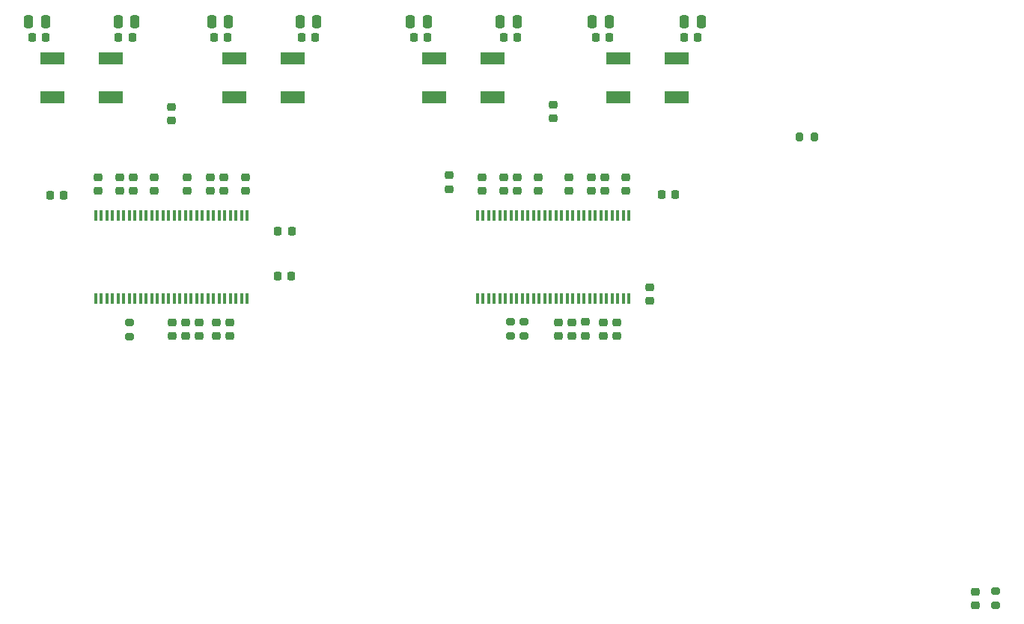
<source format=gbr>
%TF.GenerationSoftware,KiCad,Pcbnew,8.0.0-8.0.0-1~ubuntu22.04.1*%
%TF.CreationDate,2024-03-14T12:00:59+07:00*%
%TF.ProjectId,daw00,64617730-302e-46b6-9963-61645f706362,rev?*%
%TF.SameCoordinates,Original*%
%TF.FileFunction,Paste,Bot*%
%TF.FilePolarity,Positive*%
%FSLAX46Y46*%
G04 Gerber Fmt 4.6, Leading zero omitted, Abs format (unit mm)*
G04 Created by KiCad (PCBNEW 8.0.0-8.0.0-1~ubuntu22.04.1) date 2024-03-14 12:00:59*
%MOMM*%
%LPD*%
G01*
G04 APERTURE LIST*
G04 Aperture macros list*
%AMRoundRect*
0 Rectangle with rounded corners*
0 $1 Rounding radius*
0 $2 $3 $4 $5 $6 $7 $8 $9 X,Y pos of 4 corners*
0 Add a 4 corners polygon primitive as box body*
4,1,4,$2,$3,$4,$5,$6,$7,$8,$9,$2,$3,0*
0 Add four circle primitives for the rounded corners*
1,1,$1+$1,$2,$3*
1,1,$1+$1,$4,$5*
1,1,$1+$1,$6,$7*
1,1,$1+$1,$8,$9*
0 Add four rect primitives between the rounded corners*
20,1,$1+$1,$2,$3,$4,$5,0*
20,1,$1+$1,$4,$5,$6,$7,0*
20,1,$1+$1,$6,$7,$8,$9,0*
20,1,$1+$1,$8,$9,$2,$3,0*%
G04 Aperture macros list end*
%ADD10R,2.800000X1.400000*%
%ADD11RoundRect,0.225000X-0.250000X0.225000X-0.250000X-0.225000X0.250000X-0.225000X0.250000X0.225000X0*%
%ADD12RoundRect,0.225000X-0.225000X-0.250000X0.225000X-0.250000X0.225000X0.250000X-0.225000X0.250000X0*%
%ADD13RoundRect,0.225000X0.225000X0.250000X-0.225000X0.250000X-0.225000X-0.250000X0.225000X-0.250000X0*%
%ADD14RoundRect,0.200000X-0.200000X-0.275000X0.200000X-0.275000X0.200000X0.275000X-0.200000X0.275000X0*%
%ADD15RoundRect,0.250000X0.250000X0.475000X-0.250000X0.475000X-0.250000X-0.475000X0.250000X-0.475000X0*%
%ADD16RoundRect,0.250000X-0.250000X-0.475000X0.250000X-0.475000X0.250000X0.475000X-0.250000X0.475000X0*%
%ADD17R,0.400000X1.200000*%
%ADD18RoundRect,0.200000X0.275000X-0.200000X0.275000X0.200000X-0.275000X0.200000X-0.275000X-0.200000X0*%
%ADD19RoundRect,0.225000X0.250000X-0.225000X0.250000X0.225000X-0.250000X0.225000X-0.250000X-0.225000X0*%
%ADD20RoundRect,0.200000X-0.275000X0.200000X-0.275000X-0.200000X0.275000X-0.200000X0.275000X0.200000X0*%
G04 APERTURE END LIST*
D10*
%TO.C,L11*%
X83566000Y-25060000D03*
X83566000Y-20660000D03*
%TD*%
D11*
%TO.C,C11*%
X38100000Y-50533000D03*
X38100000Y-52083000D03*
%TD*%
D12*
%TO.C,C95*%
X81013000Y-18288000D03*
X82563000Y-18288000D03*
%TD*%
D11*
%TO.C,C68*%
X78359000Y-50533000D03*
X78359000Y-52083000D03*
%TD*%
%TO.C,C25*%
X37465000Y-34163000D03*
X37465000Y-35713000D03*
%TD*%
D13*
%TO.C,C72*%
X90043000Y-36068000D03*
X88493000Y-36068000D03*
%TD*%
D14*
%TO.C,R18*%
X104077000Y-29591000D03*
X105727000Y-29591000D03*
%TD*%
D15*
%TO.C,C31*%
X49464000Y-16510000D03*
X47564000Y-16510000D03*
%TD*%
D16*
%TO.C,C36*%
X26990000Y-16510000D03*
X28890000Y-16510000D03*
%TD*%
D17*
%TO.C,U8*%
X84772500Y-47880000D03*
X84137500Y-47880000D03*
X83502500Y-47880000D03*
X82867500Y-47880000D03*
X82232500Y-47880000D03*
X81597500Y-47880000D03*
X80962500Y-47880000D03*
X80327500Y-47880000D03*
X79692500Y-47880000D03*
X79057500Y-47880000D03*
X78422500Y-47880000D03*
X77787500Y-47880000D03*
X77152500Y-47880000D03*
X76517500Y-47880000D03*
X75882500Y-47880000D03*
X75247500Y-47880000D03*
X74612500Y-47880000D03*
X73977500Y-47880000D03*
X73342500Y-47880000D03*
X72707500Y-47880000D03*
X72072500Y-47880000D03*
X71437500Y-47880000D03*
X70802500Y-47880000D03*
X70167500Y-47880000D03*
X69532500Y-47880000D03*
X68897500Y-47880000D03*
X68262500Y-47880000D03*
X67627500Y-47880000D03*
X67627500Y-38480000D03*
X68262500Y-38480000D03*
X68897500Y-38480000D03*
X69532500Y-38480000D03*
X70167500Y-38480000D03*
X70802500Y-38480000D03*
X71437500Y-38480000D03*
X72072500Y-38480000D03*
X72707500Y-38480000D03*
X73342500Y-38480000D03*
X73977500Y-38480000D03*
X74612500Y-38480000D03*
X75247500Y-38480000D03*
X75882500Y-38480000D03*
X76517500Y-38480000D03*
X77152500Y-38480000D03*
X77787500Y-38480000D03*
X78422500Y-38480000D03*
X79057500Y-38480000D03*
X79692500Y-38480000D03*
X80327500Y-38480000D03*
X80962500Y-38480000D03*
X81597500Y-38480000D03*
X82232500Y-38480000D03*
X82867500Y-38480000D03*
X83502500Y-38480000D03*
X84137500Y-38480000D03*
X84772500Y-38480000D03*
%TD*%
D11*
%TO.C,C81*%
X74549000Y-34150000D03*
X74549000Y-35700000D03*
%TD*%
D18*
%TO.C,R4*%
X72898000Y-52120800D03*
X72898000Y-50470800D03*
%TD*%
D19*
%TO.C,C80*%
X77978000Y-35700000D03*
X77978000Y-34150000D03*
%TD*%
D18*
%TO.C,R39*%
X126268000Y-82613000D03*
X126268000Y-80963000D03*
%TD*%
D11*
%TO.C,C65*%
X83439000Y-50533000D03*
X83439000Y-52083000D03*
%TD*%
D15*
%TO.C,C38*%
X18796000Y-16510000D03*
X16896000Y-16510000D03*
%TD*%
D18*
%TO.C,R5*%
X71374000Y-52133000D03*
X71374000Y-50483000D03*
%TD*%
D11*
%TO.C,C29*%
X27178000Y-34150000D03*
X27178000Y-35700000D03*
%TD*%
%TO.C,C66*%
X81915000Y-50533000D03*
X81915000Y-52083000D03*
%TD*%
D10*
%TO.C,L3*%
X40132000Y-25060000D03*
X40132000Y-20660000D03*
%TD*%
D11*
%TO.C,C27*%
X31115000Y-34150000D03*
X31115000Y-35700000D03*
%TD*%
D19*
%TO.C,C22*%
X33020000Y-27748000D03*
X33020000Y-26198000D03*
%TD*%
D13*
%TO.C,C15*%
X46580000Y-45339000D03*
X45030000Y-45339000D03*
%TD*%
D10*
%TO.C,L14*%
X69342000Y-25060000D03*
X69342000Y-20660000D03*
%TD*%
D13*
%TO.C,C100*%
X61976000Y-18288000D03*
X60426000Y-18288000D03*
%TD*%
D11*
%TO.C,C112*%
X123982000Y-81013000D03*
X123982000Y-82563000D03*
%TD*%
D19*
%TO.C,C76*%
X76200000Y-27458000D03*
X76200000Y-25908000D03*
%TD*%
%TO.C,C26*%
X34798000Y-35700000D03*
X34798000Y-34150000D03*
%TD*%
D11*
%TO.C,C83*%
X70612000Y-34163000D03*
X70612000Y-35713000D03*
%TD*%
D12*
%TO.C,C44*%
X27038000Y-18288000D03*
X28588000Y-18288000D03*
%TD*%
%TO.C,C41*%
X37820000Y-18288000D03*
X39370000Y-18288000D03*
%TD*%
D11*
%TO.C,C69*%
X76835000Y-50533000D03*
X76835000Y-52083000D03*
%TD*%
D13*
%TO.C,C93*%
X92583000Y-18288000D03*
X91033000Y-18288000D03*
%TD*%
D19*
%TO.C,C78*%
X82042000Y-35700000D03*
X82042000Y-34150000D03*
%TD*%
%TO.C,C84*%
X68199000Y-35700000D03*
X68199000Y-34150000D03*
%TD*%
D12*
%TO.C,C98*%
X70586000Y-18288000D03*
X72136000Y-18288000D03*
%TD*%
D11*
%TO.C,C67*%
X79883000Y-50520000D03*
X79883000Y-52070000D03*
%TD*%
D16*
%TO.C,C90*%
X70236000Y-16510000D03*
X72136000Y-16510000D03*
%TD*%
D15*
%TO.C,C85*%
X92964000Y-16510000D03*
X91064000Y-16510000D03*
%TD*%
%TO.C,C92*%
X61976000Y-16510000D03*
X60076000Y-16510000D03*
%TD*%
D16*
%TO.C,C33*%
X37592000Y-16510000D03*
X39492000Y-16510000D03*
%TD*%
D11*
%TO.C,C77*%
X84455000Y-34137000D03*
X84455000Y-35687000D03*
%TD*%
D19*
%TO.C,C82*%
X72136000Y-35700000D03*
X72136000Y-34150000D03*
%TD*%
D17*
%TO.C,U4*%
X41592500Y-47880000D03*
X40957500Y-47880000D03*
X40322500Y-47880000D03*
X39687500Y-47880000D03*
X39052500Y-47880000D03*
X38417500Y-47880000D03*
X37782500Y-47880000D03*
X37147500Y-47880000D03*
X36512500Y-47880000D03*
X35877500Y-47880000D03*
X35242500Y-47880000D03*
X34607500Y-47880000D03*
X33972500Y-47880000D03*
X33337500Y-47880000D03*
X32702500Y-47880000D03*
X32067500Y-47880000D03*
X31432500Y-47880000D03*
X30797500Y-47880000D03*
X30162500Y-47880000D03*
X29527500Y-47880000D03*
X28892500Y-47880000D03*
X28257500Y-47880000D03*
X27622500Y-47880000D03*
X26987500Y-47880000D03*
X26352500Y-47880000D03*
X25717500Y-47880000D03*
X25082500Y-47880000D03*
X24447500Y-47880000D03*
X24447500Y-38480000D03*
X25082500Y-38480000D03*
X25717500Y-38480000D03*
X26352500Y-38480000D03*
X26987500Y-38480000D03*
X27622500Y-38480000D03*
X28257500Y-38480000D03*
X28892500Y-38480000D03*
X29527500Y-38480000D03*
X30162500Y-38480000D03*
X30797500Y-38480000D03*
X31432500Y-38480000D03*
X32067500Y-38480000D03*
X32702500Y-38480000D03*
X33337500Y-38480000D03*
X33972500Y-38480000D03*
X34607500Y-38480000D03*
X35242500Y-38480000D03*
X35877500Y-38480000D03*
X36512500Y-38480000D03*
X37147500Y-38480000D03*
X37782500Y-38480000D03*
X38417500Y-38480000D03*
X39052500Y-38480000D03*
X39687500Y-38480000D03*
X40322500Y-38480000D03*
X40957500Y-38480000D03*
X41592500Y-38480000D03*
%TD*%
D13*
%TO.C,C46*%
X18796000Y-18288000D03*
X17246000Y-18288000D03*
%TD*%
D11*
%TO.C,C10*%
X39624000Y-50533000D03*
X39624000Y-52083000D03*
%TD*%
%TO.C,C14*%
X33147000Y-50546000D03*
X33147000Y-52096000D03*
%TD*%
%TO.C,C73*%
X64414400Y-33921400D03*
X64414400Y-35471400D03*
%TD*%
%TO.C,C79*%
X80518000Y-34150000D03*
X80518000Y-35700000D03*
%TD*%
D10*
%TO.C,L16*%
X62738000Y-25060000D03*
X62738000Y-20660000D03*
%TD*%
D13*
%TO.C,C18*%
X46622000Y-40259000D03*
X45072000Y-40259000D03*
%TD*%
D19*
%TO.C,C70*%
X87122000Y-48159000D03*
X87122000Y-46609000D03*
%TD*%
D11*
%TO.C,C12*%
X36195000Y-50533000D03*
X36195000Y-52083000D03*
%TD*%
D19*
%TO.C,C24*%
X38989000Y-35700000D03*
X38989000Y-34150000D03*
%TD*%
D10*
%TO.C,L6*%
X26162000Y-25060000D03*
X26162000Y-20660000D03*
%TD*%
D13*
%TO.C,C39*%
X49276000Y-18288000D03*
X47726000Y-18288000D03*
%TD*%
D19*
%TO.C,C28*%
X28702000Y-35713000D03*
X28702000Y-34163000D03*
%TD*%
D20*
%TO.C,R22*%
X28321000Y-50546000D03*
X28321000Y-52196000D03*
%TD*%
D16*
%TO.C,C87*%
X80650000Y-16510000D03*
X82550000Y-16510000D03*
%TD*%
D12*
%TO.C,C19*%
X19304000Y-36195000D03*
X20854000Y-36195000D03*
%TD*%
D11*
%TO.C,C23*%
X41402000Y-34150000D03*
X41402000Y-35700000D03*
%TD*%
D10*
%TO.C,L9*%
X90170000Y-25060000D03*
X90170000Y-20660000D03*
%TD*%
%TO.C,L1*%
X46736000Y-25060000D03*
X46736000Y-20660000D03*
%TD*%
D11*
%TO.C,C13*%
X34671000Y-50546000D03*
X34671000Y-52096000D03*
%TD*%
D19*
%TO.C,C30*%
X24765000Y-35687000D03*
X24765000Y-34137000D03*
%TD*%
D10*
%TO.C,L8*%
X19558000Y-25060000D03*
X19558000Y-20660000D03*
%TD*%
M02*

</source>
